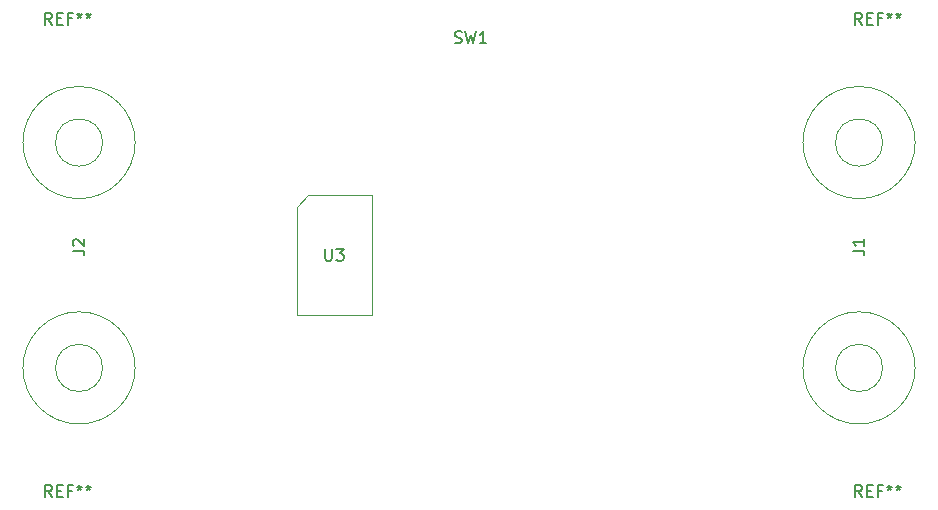
<source format=gbr>
G04 #@! TF.FileFunction,Other,Fab,Top*
%FSLAX46Y46*%
G04 Gerber Fmt 4.6, Leading zero omitted, Abs format (unit mm)*
G04 Created by KiCad (PCBNEW 4.0.5) date 12/16/17 21:51:34*
%MOMM*%
%LPD*%
G01*
G04 APERTURE LIST*
%ADD10C,0.100000*%
%ADD11C,0.150000*%
G04 APERTURE END LIST*
D10*
X179165000Y-73632000D02*
G75*
G03X179165000Y-73632000I-2000000J0D01*
G01*
X179165000Y-92710000D02*
G75*
G03X179165000Y-92710000I-2000000J0D01*
G01*
X181915000Y-92710000D02*
G75*
G03X181915000Y-92710000I-4750000J0D01*
G01*
X181915000Y-73632000D02*
G75*
G03X181915000Y-73632000I-4750000J0D01*
G01*
X130540000Y-78105000D02*
X135890000Y-78105000D01*
X135890000Y-78105000D02*
X135890000Y-88265000D01*
X135890000Y-88265000D02*
X129540000Y-88265000D01*
X129540000Y-88265000D02*
X129540000Y-79105000D01*
X129540000Y-79105000D02*
X130540000Y-78105000D01*
X113125000Y-73632000D02*
G75*
G03X113125000Y-73632000I-2000000J0D01*
G01*
X113125000Y-92710000D02*
G75*
G03X113125000Y-92710000I-2000000J0D01*
G01*
X115875000Y-92710000D02*
G75*
G03X115875000Y-92710000I-4750000J0D01*
G01*
X115875000Y-73632000D02*
G75*
G03X115875000Y-73632000I-4750000J0D01*
G01*
D11*
X176617381Y-82793333D02*
X177331667Y-82793333D01*
X177474524Y-82840953D01*
X177569762Y-82936191D01*
X177617381Y-83079048D01*
X177617381Y-83174286D01*
X177617381Y-81793333D02*
X177617381Y-82364762D01*
X177617381Y-82079048D02*
X176617381Y-82079048D01*
X176760238Y-82174286D01*
X176855476Y-82269524D01*
X176903095Y-82364762D01*
X131953095Y-82637381D02*
X131953095Y-83446905D01*
X132000714Y-83542143D01*
X132048333Y-83589762D01*
X132143571Y-83637381D01*
X132334048Y-83637381D01*
X132429286Y-83589762D01*
X132476905Y-83542143D01*
X132524524Y-83446905D01*
X132524524Y-82637381D01*
X132905476Y-82637381D02*
X133524524Y-82637381D01*
X133191190Y-83018333D01*
X133334048Y-83018333D01*
X133429286Y-83065952D01*
X133476905Y-83113571D01*
X133524524Y-83208810D01*
X133524524Y-83446905D01*
X133476905Y-83542143D01*
X133429286Y-83589762D01*
X133334048Y-83637381D01*
X133048333Y-83637381D01*
X132953095Y-83589762D01*
X132905476Y-83542143D01*
X142938667Y-65174762D02*
X143081524Y-65222381D01*
X143319620Y-65222381D01*
X143414858Y-65174762D01*
X143462477Y-65127143D01*
X143510096Y-65031905D01*
X143510096Y-64936667D01*
X143462477Y-64841429D01*
X143414858Y-64793810D01*
X143319620Y-64746190D01*
X143129143Y-64698571D01*
X143033905Y-64650952D01*
X142986286Y-64603333D01*
X142938667Y-64508095D01*
X142938667Y-64412857D01*
X142986286Y-64317619D01*
X143033905Y-64270000D01*
X143129143Y-64222381D01*
X143367239Y-64222381D01*
X143510096Y-64270000D01*
X143843429Y-64222381D02*
X144081524Y-65222381D01*
X144272001Y-64508095D01*
X144462477Y-65222381D01*
X144700572Y-64222381D01*
X145605334Y-65222381D02*
X145033905Y-65222381D01*
X145319619Y-65222381D02*
X145319619Y-64222381D01*
X145224381Y-64365238D01*
X145129143Y-64460476D01*
X145033905Y-64508095D01*
X110577381Y-82793333D02*
X111291667Y-82793333D01*
X111434524Y-82840953D01*
X111529762Y-82936191D01*
X111577381Y-83079048D01*
X111577381Y-83174286D01*
X110672619Y-82364762D02*
X110625000Y-82317143D01*
X110577381Y-82221905D01*
X110577381Y-81983809D01*
X110625000Y-81888571D01*
X110672619Y-81840952D01*
X110767857Y-81793333D01*
X110863095Y-81793333D01*
X111005952Y-81840952D01*
X111577381Y-82412381D01*
X111577381Y-81793333D01*
X108821667Y-103637381D02*
X108488333Y-103161190D01*
X108250238Y-103637381D02*
X108250238Y-102637381D01*
X108631191Y-102637381D01*
X108726429Y-102685000D01*
X108774048Y-102732619D01*
X108821667Y-102827857D01*
X108821667Y-102970714D01*
X108774048Y-103065952D01*
X108726429Y-103113571D01*
X108631191Y-103161190D01*
X108250238Y-103161190D01*
X109250238Y-103113571D02*
X109583572Y-103113571D01*
X109726429Y-103637381D02*
X109250238Y-103637381D01*
X109250238Y-102637381D01*
X109726429Y-102637381D01*
X110488334Y-103113571D02*
X110155000Y-103113571D01*
X110155000Y-103637381D02*
X110155000Y-102637381D01*
X110631191Y-102637381D01*
X111155000Y-102637381D02*
X111155000Y-102875476D01*
X110916905Y-102780238D02*
X111155000Y-102875476D01*
X111393096Y-102780238D01*
X111012143Y-103065952D02*
X111155000Y-102875476D01*
X111297858Y-103065952D01*
X111916905Y-102637381D02*
X111916905Y-102875476D01*
X111678810Y-102780238D02*
X111916905Y-102875476D01*
X112155001Y-102780238D01*
X111774048Y-103065952D02*
X111916905Y-102875476D01*
X112059763Y-103065952D01*
X177401667Y-103637381D02*
X177068333Y-103161190D01*
X176830238Y-103637381D02*
X176830238Y-102637381D01*
X177211191Y-102637381D01*
X177306429Y-102685000D01*
X177354048Y-102732619D01*
X177401667Y-102827857D01*
X177401667Y-102970714D01*
X177354048Y-103065952D01*
X177306429Y-103113571D01*
X177211191Y-103161190D01*
X176830238Y-103161190D01*
X177830238Y-103113571D02*
X178163572Y-103113571D01*
X178306429Y-103637381D02*
X177830238Y-103637381D01*
X177830238Y-102637381D01*
X178306429Y-102637381D01*
X179068334Y-103113571D02*
X178735000Y-103113571D01*
X178735000Y-103637381D02*
X178735000Y-102637381D01*
X179211191Y-102637381D01*
X179735000Y-102637381D02*
X179735000Y-102875476D01*
X179496905Y-102780238D02*
X179735000Y-102875476D01*
X179973096Y-102780238D01*
X179592143Y-103065952D02*
X179735000Y-102875476D01*
X179877858Y-103065952D01*
X180496905Y-102637381D02*
X180496905Y-102875476D01*
X180258810Y-102780238D02*
X180496905Y-102875476D01*
X180735001Y-102780238D01*
X180354048Y-103065952D02*
X180496905Y-102875476D01*
X180639763Y-103065952D01*
X177401667Y-63637381D02*
X177068333Y-63161190D01*
X176830238Y-63637381D02*
X176830238Y-62637381D01*
X177211191Y-62637381D01*
X177306429Y-62685000D01*
X177354048Y-62732619D01*
X177401667Y-62827857D01*
X177401667Y-62970714D01*
X177354048Y-63065952D01*
X177306429Y-63113571D01*
X177211191Y-63161190D01*
X176830238Y-63161190D01*
X177830238Y-63113571D02*
X178163572Y-63113571D01*
X178306429Y-63637381D02*
X177830238Y-63637381D01*
X177830238Y-62637381D01*
X178306429Y-62637381D01*
X179068334Y-63113571D02*
X178735000Y-63113571D01*
X178735000Y-63637381D02*
X178735000Y-62637381D01*
X179211191Y-62637381D01*
X179735000Y-62637381D02*
X179735000Y-62875476D01*
X179496905Y-62780238D02*
X179735000Y-62875476D01*
X179973096Y-62780238D01*
X179592143Y-63065952D02*
X179735000Y-62875476D01*
X179877858Y-63065952D01*
X180496905Y-62637381D02*
X180496905Y-62875476D01*
X180258810Y-62780238D02*
X180496905Y-62875476D01*
X180735001Y-62780238D01*
X180354048Y-63065952D02*
X180496905Y-62875476D01*
X180639763Y-63065952D01*
X108821667Y-63637381D02*
X108488333Y-63161190D01*
X108250238Y-63637381D02*
X108250238Y-62637381D01*
X108631191Y-62637381D01*
X108726429Y-62685000D01*
X108774048Y-62732619D01*
X108821667Y-62827857D01*
X108821667Y-62970714D01*
X108774048Y-63065952D01*
X108726429Y-63113571D01*
X108631191Y-63161190D01*
X108250238Y-63161190D01*
X109250238Y-63113571D02*
X109583572Y-63113571D01*
X109726429Y-63637381D02*
X109250238Y-63637381D01*
X109250238Y-62637381D01*
X109726429Y-62637381D01*
X110488334Y-63113571D02*
X110155000Y-63113571D01*
X110155000Y-63637381D02*
X110155000Y-62637381D01*
X110631191Y-62637381D01*
X111155000Y-62637381D02*
X111155000Y-62875476D01*
X110916905Y-62780238D02*
X111155000Y-62875476D01*
X111393096Y-62780238D01*
X111012143Y-63065952D02*
X111155000Y-62875476D01*
X111297858Y-63065952D01*
X111916905Y-62637381D02*
X111916905Y-62875476D01*
X111678810Y-62780238D02*
X111916905Y-62875476D01*
X112155001Y-62780238D01*
X111774048Y-63065952D02*
X111916905Y-62875476D01*
X112059763Y-63065952D01*
M02*

</source>
